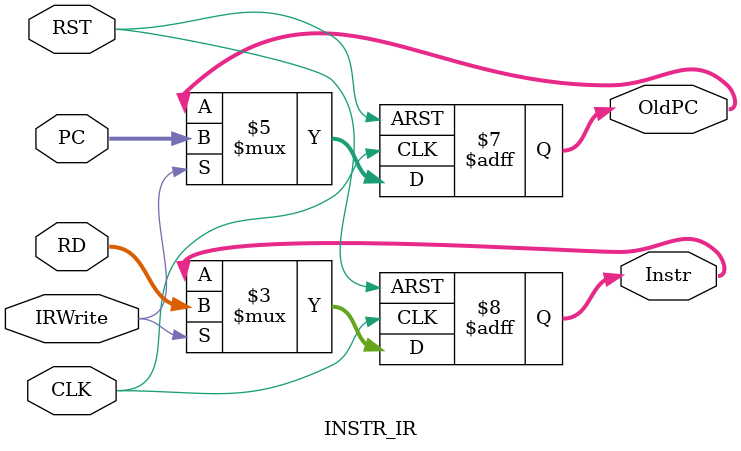
<source format=v>
module INSTR_IR(
input   wire   [31:0]    PC ,
input   wire   [31:0]    RD ,
input   wire             CLK,
input   wire             RST,
input   wire             IRWrite,
output  reg    [31:0]    OldPC,
output  reg    [31:0]    Instr
 );
 
 always@(posedge CLK or negedge RST)
 begin
if(!RST) 
    begin
      OldPC <= 0 ;
      Instr <= 0;
    end
else if(IRWrite)
    begin
     OldPC <= PC;
     Instr <= RD ;
    end
 end 
endmodule

</source>
